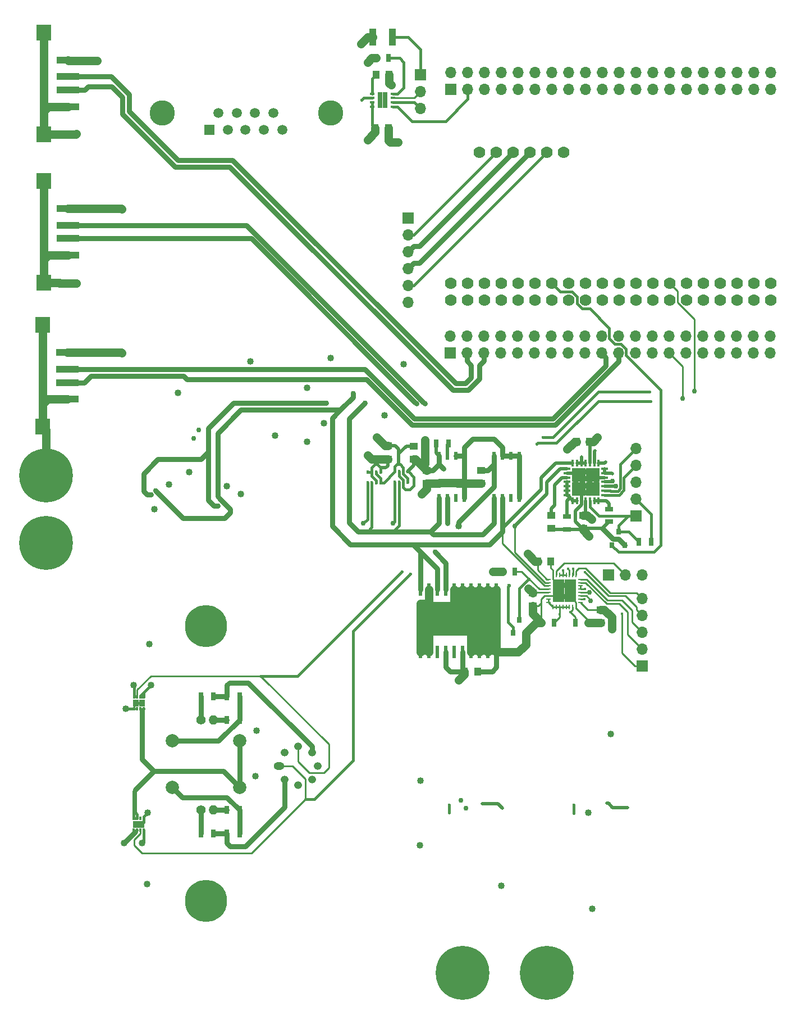
<source format=gbr>
G04 #@! TF.FileFunction,Copper,L1,Top,Signal*
%FSLAX46Y46*%
G04 Gerber Fmt 4.6, Leading zero omitted, Abs format (unit mm)*
G04 Created by KiCad (PCBNEW 4.0.6) date 09/10/17 19:14:27*
%MOMM*%
%LPD*%
G01*
G04 APERTURE LIST*
%ADD10C,0.100000*%
%ADD11R,3.390000X1.120000*%
%ADD12R,2.220000X2.440000*%
%ADD13R,0.650000X0.350000*%
%ADD14R,0.775000X1.200000*%
%ADD15R,1.700000X1.700000*%
%ADD16O,1.700000X1.700000*%
%ADD17C,6.350000*%
%ADD18R,1.000000X1.250000*%
%ADD19R,1.250000X1.000000*%
%ADD20R,1.000000X2.500000*%
%ADD21C,3.810000*%
%ADD22R,1.520000X1.520000*%
%ADD23C,1.520000*%
%ADD24C,8.100000*%
%ADD25C,1.778000*%
%ADD26R,0.800000X0.900000*%
%ADD27R,0.700000X1.300000*%
%ADD28R,1.300000X0.700000*%
%ADD29C,1.998980*%
%ADD30R,0.508000X1.143000*%
%ADD31R,0.350000X0.500000*%
%ADD32R,0.600000X1.950000*%
%ADD33C,1.400000*%
%ADD34O,1.400000X1.400000*%
%ADD35R,1.000000X0.370000*%
%ADD36R,0.370000X1.000000*%
%ADD37R,1.062500X1.062500*%
%ADD38R,0.700000X0.250000*%
%ADD39R,0.250000X0.700000*%
%ADD40R,1.725000X1.725000*%
%ADD41O,1.600000X1.200000*%
%ADD42O,1.200000X1.200000*%
%ADD43R,0.300000X0.500000*%
%ADD44R,0.880000X1.060000*%
%ADD45C,1.016000*%
%ADD46C,0.762000*%
%ADD47C,0.381000*%
%ADD48C,0.600000*%
%ADD49C,0.381000*%
%ADD50C,0.762000*%
%ADD51C,1.270000*%
%ADD52C,0.508000*%
%ADD53C,0.254000*%
G04 APERTURE END LIST*
D10*
D11*
X22390891Y-19360000D03*
X22390891Y-21860000D03*
X22390891Y-23860000D03*
X22390891Y-26360000D03*
D12*
X18710891Y-30530000D03*
X18710891Y-15190000D03*
D11*
X22390891Y-41743479D03*
X22390891Y-44243479D03*
X22390891Y-46243479D03*
X22390891Y-48743479D03*
D12*
X18710891Y-52913479D03*
X18710891Y-37573479D03*
D11*
X22285000Y-63425000D03*
X22285000Y-65925000D03*
X22285000Y-67925000D03*
X22285000Y-70425000D03*
D12*
X18605000Y-74595000D03*
X18605000Y-59255000D03*
D13*
X71400000Y-26375000D03*
X71400000Y-25725000D03*
X71400000Y-25075000D03*
X71400000Y-24425000D03*
X68300000Y-24425000D03*
X68300000Y-25075000D03*
X68300000Y-25725000D03*
X68300000Y-26375000D03*
D14*
X69462500Y-24800000D03*
X69462500Y-26000000D03*
X70237500Y-24800000D03*
X70237500Y-26000000D03*
D15*
X73660000Y-43180000D03*
D16*
X73660000Y-45720000D03*
X73660000Y-48260000D03*
X73660000Y-50800000D03*
X73660000Y-53340000D03*
X73660000Y-55880000D03*
D17*
X43180000Y-104648000D03*
X43180000Y-146050000D03*
D18*
X101076000Y-76835000D03*
X99076000Y-76835000D03*
D19*
X100076000Y-87916000D03*
X100076000Y-89916000D03*
X95250000Y-87916000D03*
X95250000Y-89916000D03*
D20*
X71350000Y-15875000D03*
X68350000Y-15875000D03*
D18*
X68850000Y-21590000D03*
X70850000Y-21590000D03*
X68739000Y-29591000D03*
X70739000Y-29591000D03*
D19*
X74549000Y-79502000D03*
X74549000Y-77502000D03*
X70612000Y-79470000D03*
X70612000Y-77470000D03*
X84709000Y-81156252D03*
X84709000Y-83156252D03*
X76454000Y-81156252D03*
X76454000Y-83156252D03*
D18*
X82185000Y-111465990D03*
X84185000Y-111465990D03*
X93234000Y-94869000D03*
X95234000Y-94869000D03*
D19*
X102743000Y-102140000D03*
X102743000Y-104140000D03*
X92456000Y-99600000D03*
X92456000Y-101600000D03*
D15*
X75565000Y-21590000D03*
D16*
X75565000Y-24130000D03*
X75565000Y-26670000D03*
D15*
X80166160Y-23806452D03*
D16*
X80166160Y-21266452D03*
X82706160Y-23806452D03*
X82706160Y-21266452D03*
X85246160Y-23806452D03*
X85246160Y-21266452D03*
X87786160Y-23806452D03*
X87786160Y-21266452D03*
X90326160Y-23806452D03*
X90326160Y-21266452D03*
X92866160Y-23806452D03*
X92866160Y-21266452D03*
X95406160Y-23806452D03*
X95406160Y-21266452D03*
X97946160Y-23806452D03*
X97946160Y-21266452D03*
X100486160Y-23806452D03*
X100486160Y-21266452D03*
X103026160Y-23806452D03*
X103026160Y-21266452D03*
X105566160Y-23806452D03*
X105566160Y-21266452D03*
X108106160Y-23806452D03*
X108106160Y-21266452D03*
X110646160Y-23806452D03*
X110646160Y-21266452D03*
X113186160Y-23806452D03*
X113186160Y-21266452D03*
X115726160Y-23806452D03*
X115726160Y-21266452D03*
X118266160Y-23806452D03*
X118266160Y-21266452D03*
X120806160Y-23806452D03*
X120806160Y-21266452D03*
X123346160Y-23806452D03*
X123346160Y-21266452D03*
X125886160Y-23806452D03*
X125886160Y-21266452D03*
X128426160Y-23806452D03*
X128426160Y-21266452D03*
D15*
X80010000Y-63500000D03*
D16*
X80010000Y-60960000D03*
X82550000Y-63500000D03*
X82550000Y-60960000D03*
X85090000Y-63500000D03*
X85090000Y-60960000D03*
X87630000Y-63500000D03*
X87630000Y-60960000D03*
X90170000Y-63500000D03*
X90170000Y-60960000D03*
X92710000Y-63500000D03*
X92710000Y-60960000D03*
X95250000Y-63500000D03*
X95250000Y-60960000D03*
X97790000Y-63500000D03*
X97790000Y-60960000D03*
X100330000Y-63500000D03*
X100330000Y-60960000D03*
X102870000Y-63500000D03*
X102870000Y-60960000D03*
X105410000Y-63500000D03*
X105410000Y-60960000D03*
X107950000Y-63500000D03*
X107950000Y-60960000D03*
X110490000Y-63500000D03*
X110490000Y-60960000D03*
X113030000Y-63500000D03*
X113030000Y-60960000D03*
X115570000Y-63500000D03*
X115570000Y-60960000D03*
X118110000Y-63500000D03*
X118110000Y-60960000D03*
X120650000Y-63500000D03*
X120650000Y-60960000D03*
X123190000Y-63500000D03*
X123190000Y-60960000D03*
X125730000Y-63500000D03*
X125730000Y-60960000D03*
X128270000Y-63500000D03*
X128270000Y-60960000D03*
D21*
X61980000Y-27305000D03*
X36580000Y-27305000D03*
D22*
X43690000Y-29845000D03*
D23*
X46480000Y-29845000D03*
X49150000Y-29845000D03*
X51950000Y-29845000D03*
X54740000Y-29845000D03*
X45090000Y-27305000D03*
X47880000Y-27305000D03*
X50550000Y-27305000D03*
X53340000Y-27305000D03*
D24*
X94615000Y-156845000D03*
X81915000Y-156845000D03*
D15*
X103886000Y-96901000D03*
D16*
X106426000Y-96901000D03*
X108966000Y-96901000D03*
D15*
X108966000Y-110617000D03*
D16*
X108966000Y-108077000D03*
X108966000Y-105537000D03*
X108966000Y-102997000D03*
X108966000Y-100457000D03*
D24*
X19050000Y-92075000D03*
X19050000Y-81915000D03*
D25*
X80166160Y-53016452D03*
X80166160Y-55556452D03*
X82706160Y-53016452D03*
X82706160Y-55556452D03*
X85246160Y-53016452D03*
X85246160Y-55556452D03*
X87786160Y-53016452D03*
X87786160Y-55556452D03*
X90326160Y-53016452D03*
X90326160Y-55556452D03*
X92866160Y-53016452D03*
X92866160Y-55556452D03*
X95406160Y-53016452D03*
X95406160Y-55556452D03*
X97946160Y-53016452D03*
X97946160Y-55556452D03*
X100486160Y-53016452D03*
X100486160Y-55556452D03*
X103026160Y-53016452D03*
X103026160Y-55556452D03*
X105566160Y-53016452D03*
X105566160Y-55556452D03*
X108106160Y-53016452D03*
X108106160Y-55556452D03*
X110646160Y-53016452D03*
X110646160Y-55556452D03*
X113186160Y-53016452D03*
X113186160Y-55556452D03*
X115726160Y-53016452D03*
X115726160Y-55556452D03*
X118266160Y-53016452D03*
X118266160Y-55556452D03*
X120806160Y-53016452D03*
X120806160Y-55556452D03*
X123346160Y-53016452D03*
X123346160Y-55556452D03*
X125886160Y-53016452D03*
X125886160Y-55556452D03*
X128426160Y-53016452D03*
X128426160Y-55556452D03*
X84476160Y-33236452D03*
X87016160Y-33236452D03*
X89556160Y-33236452D03*
X92096160Y-33236452D03*
X94636160Y-33236452D03*
X97176160Y-33236452D03*
D26*
X104460000Y-92440000D03*
X106360000Y-92440000D03*
X105410000Y-90440000D03*
X89540000Y-105664000D03*
X91440000Y-105664000D03*
X90490000Y-103664000D03*
D27*
X68834000Y-19050000D03*
X70734000Y-19050000D03*
X110358000Y-91948000D03*
X108458000Y-91948000D03*
D28*
X104013000Y-88895000D03*
X104013000Y-86995000D03*
X97663000Y-88143000D03*
X97663000Y-90043000D03*
D27*
X77917000Y-77089000D03*
X79817000Y-77089000D03*
X42418000Y-135890000D03*
X44318000Y-135890000D03*
X98933000Y-104140000D03*
X100833000Y-104140000D03*
X89784000Y-96393000D03*
X87884000Y-96393000D03*
X95692000Y-104140000D03*
X93792000Y-104140000D03*
X46360000Y-135890000D03*
X48260000Y-135890000D03*
X42423000Y-115189000D03*
X44323000Y-115189000D03*
X46360000Y-115189000D03*
X48260000Y-115189000D03*
X46355000Y-132334000D03*
X48255000Y-132334000D03*
X46360000Y-118745000D03*
X48260000Y-118745000D03*
D29*
X48260000Y-128905000D03*
X38100000Y-128905000D03*
X48260000Y-121920000D03*
X38100000Y-121920000D03*
D30*
X86614000Y-78981252D03*
X87884000Y-78981252D03*
X89154000Y-78981252D03*
X90424000Y-78981252D03*
X90424000Y-85331252D03*
X89154000Y-85331252D03*
X87884000Y-85331252D03*
X86614000Y-85331252D03*
X78359000Y-78981252D03*
X79629000Y-78981252D03*
X80899000Y-78981252D03*
X82169000Y-78981252D03*
X82169000Y-85331252D03*
X80899000Y-85331252D03*
X79629000Y-85331252D03*
X78359000Y-85331252D03*
D31*
X73619000Y-82956252D03*
X72969000Y-82956252D03*
X72319000Y-82956252D03*
X71669000Y-82956252D03*
X71669000Y-81356252D03*
X72319000Y-81356252D03*
X72969000Y-81356252D03*
X73619000Y-81356252D03*
X69514000Y-82997919D03*
X68864000Y-82997919D03*
X68214000Y-82997919D03*
X67564000Y-82997919D03*
X67564000Y-81397919D03*
X68214000Y-81397919D03*
X68864000Y-81397919D03*
X69514000Y-81397919D03*
D32*
X75565000Y-108545990D03*
X76835000Y-108545990D03*
X78105000Y-108545990D03*
X79375000Y-108545990D03*
X80645000Y-108545990D03*
X81915000Y-108545990D03*
X83185000Y-108545990D03*
X84455000Y-108545990D03*
X85725000Y-108545990D03*
X86995000Y-108545990D03*
X86995000Y-99145990D03*
X85725000Y-99145990D03*
X84455000Y-99145990D03*
X83185000Y-99145990D03*
X81915000Y-99145990D03*
X80645000Y-99145990D03*
X79375000Y-99145990D03*
X78105000Y-99145990D03*
X76835000Y-99145990D03*
X75565000Y-99145990D03*
D33*
X42418000Y-132334000D03*
D34*
X44318000Y-132334000D03*
D33*
X42418000Y-118745000D03*
D34*
X44318000Y-118745000D03*
D35*
X103330250Y-84857750D03*
X103330250Y-84207750D03*
X103330250Y-83557750D03*
X103330250Y-82907750D03*
X103330250Y-82257750D03*
X103330250Y-81607750D03*
X103330250Y-80957750D03*
D36*
X102430250Y-80057750D03*
X101780250Y-80057750D03*
X101130250Y-80057750D03*
X100480250Y-80057750D03*
X99830250Y-80057750D03*
X99180250Y-80057750D03*
X98530250Y-80057750D03*
D35*
X97630250Y-80957750D03*
X97630250Y-81607750D03*
X97630250Y-82257750D03*
X97630250Y-82907750D03*
X97630250Y-83557750D03*
X97630250Y-84207750D03*
X97630250Y-84857750D03*
D36*
X98530250Y-85757750D03*
X99180250Y-85757750D03*
X99830250Y-85757750D03*
X100480250Y-85757750D03*
X101130250Y-85757750D03*
X101780250Y-85757750D03*
X102430250Y-85757750D03*
D37*
X98886500Y-81314000D03*
X98886500Y-82376500D03*
X98886500Y-83439000D03*
X98886500Y-84501500D03*
X99949000Y-81314000D03*
X99949000Y-82376500D03*
X99949000Y-83439000D03*
X99949000Y-84501500D03*
X101011500Y-81314000D03*
X101011500Y-82376500D03*
X101011500Y-83439000D03*
X101011500Y-84501500D03*
X102074000Y-81314000D03*
X102074000Y-82376500D03*
X102074000Y-83439000D03*
X102074000Y-84501500D03*
D38*
X94882000Y-97564000D03*
X94882000Y-98064000D03*
X94882000Y-98564000D03*
X94882000Y-99064000D03*
X94882000Y-99564000D03*
X94882000Y-100064000D03*
X94882000Y-100564000D03*
X94882000Y-101064000D03*
D39*
X95532000Y-101714000D03*
X96032000Y-101714000D03*
X96532000Y-101714000D03*
X97032000Y-101714000D03*
X97532000Y-101714000D03*
X98032000Y-101714000D03*
X98532000Y-101714000D03*
X99032000Y-101714000D03*
D38*
X99682000Y-101064000D03*
X99682000Y-100564000D03*
X99682000Y-100064000D03*
X99682000Y-99564000D03*
X99682000Y-99064000D03*
X99682000Y-98564000D03*
X99682000Y-98064000D03*
X99682000Y-97564000D03*
D39*
X99032000Y-96914000D03*
X98532000Y-96914000D03*
X98032000Y-96914000D03*
X97532000Y-96914000D03*
X97032000Y-96914000D03*
X96532000Y-96914000D03*
X96032000Y-96914000D03*
X95532000Y-96914000D03*
D40*
X98144500Y-100176500D03*
X98144500Y-98451500D03*
X96419500Y-100176500D03*
X96419500Y-98451500D03*
D41*
X54197248Y-125697248D03*
D42*
X55052496Y-127762000D03*
X57117248Y-128617248D03*
X59182000Y-127762000D03*
X60037248Y-125697248D03*
X59182000Y-123632496D03*
X57117248Y-122777248D03*
X55052496Y-123632496D03*
D43*
X32282000Y-135382000D03*
X32782000Y-135382000D03*
X33282000Y-135382000D03*
X33782000Y-135382000D03*
X33782000Y-133582000D03*
X33282000Y-133582000D03*
X32782000Y-133582000D03*
X32282000Y-133582000D03*
D44*
X33472000Y-134482000D03*
X32592000Y-134482000D03*
D43*
X33838000Y-115305000D03*
X33338000Y-115305000D03*
X32838000Y-115305000D03*
X32338000Y-115305000D03*
X32338000Y-117105000D03*
X32838000Y-117105000D03*
X33338000Y-117105000D03*
X33838000Y-117105000D03*
D44*
X32648000Y-116205000D03*
X33528000Y-116205000D03*
D15*
X108077000Y-88011000D03*
D16*
X108077000Y-85471000D03*
X108077000Y-82931000D03*
X108077000Y-80391000D03*
X108077000Y-77851000D03*
D45*
X34925000Y-113538000D03*
X32258000Y-113538000D03*
X30861000Y-137287000D03*
X33528000Y-137287000D03*
X75692000Y-84709000D03*
X23622000Y-52959000D03*
X23622000Y-30480000D03*
X37592000Y-83312000D03*
X100838000Y-132715000D03*
X61976000Y-64262000D03*
X46355000Y-83566000D03*
X60960000Y-74041000D03*
X66548000Y-16891000D03*
X71120000Y-23114000D03*
X72136000Y-31750000D03*
X104267000Y-120904000D03*
X75565000Y-127889000D03*
D46*
X82457000Y-132080000D03*
X81627000Y-130890000D03*
D45*
X96419500Y-100176500D03*
X98144500Y-98451500D03*
X80010000Y-103378000D03*
X76835000Y-103378000D03*
X100965000Y-91059000D03*
X102074000Y-84501500D03*
X98886500Y-81314000D03*
X97663000Y-77978000D03*
X68961000Y-76200000D03*
D46*
X42094333Y-75071513D03*
X41319333Y-76311513D03*
D45*
X35433000Y-86995000D03*
X34290000Y-143510000D03*
X34671000Y-107315000D03*
X31115000Y-117094000D03*
X50673000Y-127254000D03*
X34417000Y-132715000D03*
X101473000Y-147193000D03*
X87757000Y-143764000D03*
X75438000Y-137668000D03*
X38989000Y-69469000D03*
X81280000Y-89535000D03*
X58420000Y-76835000D03*
X53594000Y-75946000D03*
X67564000Y-19685000D03*
X67564000Y-31369000D03*
X91694000Y-93726000D03*
X86487000Y-96393000D03*
X104394000Y-105029000D03*
X91821000Y-98933000D03*
X81280000Y-112776000D03*
X101346000Y-88519000D03*
X102235000Y-76200000D03*
X76200000Y-76581000D03*
X67564000Y-78867000D03*
X70104000Y-72898000D03*
X73025000Y-65151000D03*
X49911000Y-64770000D03*
X58420000Y-68707000D03*
X48485624Y-84730467D03*
X40640000Y-81407000D03*
X50800000Y-120396000D03*
D47*
X98679000Y-132842000D03*
X98679000Y-131572000D03*
X79883000Y-132715000D03*
X79883000Y-131572000D03*
D46*
X105029000Y-83566000D03*
X116840000Y-69215000D03*
X101219000Y-100838000D03*
D47*
X110109000Y-69342000D03*
X93980000Y-76200000D03*
X72771000Y-96393000D03*
X110236000Y-70739000D03*
X93091000Y-77216000D03*
X74041000Y-96774000D03*
X66675000Y-25400000D03*
D46*
X79629000Y-92316252D03*
X65405000Y-69596000D03*
X44958000Y-85090000D03*
X35560000Y-84201000D03*
X57422515Y-72058943D03*
X66929000Y-92316252D03*
X66929000Y-89141252D03*
X71374000Y-92316252D03*
X71374000Y-89141252D03*
X79629000Y-89141252D03*
X85344000Y-90411252D03*
X89789000Y-89535000D03*
X74676000Y-90424000D03*
X77724000Y-93472000D03*
X67183000Y-70993000D03*
X61341000Y-70993000D03*
X34925000Y-84836000D03*
X57238388Y-70985820D03*
X44958000Y-86493108D03*
X104504422Y-82770843D03*
X101037612Y-99570958D03*
X115062000Y-70358000D03*
D47*
X97790000Y-96012000D03*
X105918000Y-102743000D03*
X98552000Y-96012000D03*
X100330000Y-96520000D03*
X106807000Y-131953000D03*
X103632000Y-131318000D03*
X87884000Y-132080000D03*
X84836000Y-131421498D03*
X101854000Y-78232000D03*
X104521000Y-81661000D03*
X103601000Y-85725000D03*
X97663000Y-86487000D03*
X99822000Y-79121000D03*
X103505000Y-79883000D03*
D45*
X30480000Y-63500000D03*
X30480000Y-41783000D03*
X26797000Y-19431000D03*
D47*
X97028000Y-96266000D03*
X98171000Y-102489000D03*
X100280053Y-100593989D03*
X100330000Y-99060000D03*
X96520000Y-102870000D03*
D48*
X74930000Y-71120000D03*
X76200000Y-71120000D03*
X88900000Y-98552000D03*
D49*
X33838000Y-115305000D02*
X33838000Y-114625000D01*
X33838000Y-114625000D02*
X34925000Y-113538000D01*
X33338000Y-115305000D02*
X33338000Y-115125000D01*
X33338000Y-115125000D02*
X34925000Y-113538000D01*
X33338000Y-115305000D02*
X33838000Y-115305000D01*
X32338000Y-115305000D02*
X32338000Y-113618000D01*
X32338000Y-113618000D02*
X32258000Y-113538000D01*
X33782000Y-135382000D02*
X33782000Y-137033000D01*
X33782000Y-137033000D02*
X33528000Y-137287000D01*
D50*
X32512000Y-135636000D02*
X30861000Y-137287000D01*
D49*
X32512000Y-135636000D02*
X32766000Y-135382000D01*
X32766000Y-135382000D02*
X32782000Y-135382000D01*
X32282000Y-135406000D02*
X32512000Y-135636000D01*
X32282000Y-135382000D02*
X32282000Y-135406000D01*
D50*
X96419500Y-98451500D02*
X98144500Y-98451500D01*
X98144500Y-100176500D02*
X96419500Y-100176500D01*
X98144500Y-98451500D02*
X98144500Y-100176500D01*
X96419500Y-100176500D02*
X96419500Y-98451500D01*
X101011500Y-83439000D02*
X101011500Y-84501500D01*
X101011500Y-82376500D02*
X101011500Y-83439000D01*
X102074000Y-82376500D02*
X102074000Y-83439000D01*
X101011500Y-81314000D02*
X101011500Y-82376500D01*
X98886500Y-81314000D02*
X98886500Y-82376500D01*
X99949000Y-82376500D02*
X99949000Y-81314000D01*
X99949000Y-83439000D02*
X99949000Y-82376500D01*
X99949000Y-84501500D02*
X99949000Y-83439000D01*
X98886500Y-84501500D02*
X98886500Y-83439000D01*
X99949000Y-84501500D02*
X98886500Y-84501500D01*
X101011500Y-84501500D02*
X99949000Y-84501500D01*
X102074000Y-84501500D02*
X101011500Y-84501500D01*
X102074000Y-83439000D02*
X102074000Y-84501500D01*
X101011500Y-83439000D02*
X102074000Y-83439000D01*
X99949000Y-83439000D02*
X101011500Y-83439000D01*
X98886500Y-83439000D02*
X99949000Y-83439000D01*
X98886500Y-82376500D02*
X98886500Y-83439000D01*
X99949000Y-82376500D02*
X98886500Y-82376500D01*
X101011500Y-82376500D02*
X99949000Y-82376500D01*
X102074000Y-82376500D02*
X101011500Y-82376500D01*
X102074000Y-81314000D02*
X102074000Y-82376500D01*
X101011500Y-81314000D02*
X102074000Y-81314000D01*
X99949000Y-81314000D02*
X101011500Y-81314000D01*
X98886500Y-81314000D02*
X99949000Y-81314000D01*
D51*
X76454000Y-83156252D02*
X76454000Y-83947000D01*
X76454000Y-83947000D02*
X75692000Y-84709000D01*
D49*
X32648000Y-116205000D02*
X33528000Y-116205000D01*
X32592000Y-134482000D02*
X33472000Y-134482000D01*
D51*
X21136412Y-52959000D02*
X23622000Y-52959000D01*
X18710891Y-52913479D02*
X21090891Y-52913479D01*
X21090891Y-52913479D02*
X21136412Y-52959000D01*
X18710891Y-30530000D02*
X23572000Y-30530000D01*
X23572000Y-30530000D02*
X23622000Y-30480000D01*
X67564000Y-15875000D02*
X66548000Y-16891000D01*
X68350000Y-15875000D02*
X67564000Y-15875000D01*
X70850000Y-21590000D02*
X70850000Y-22844000D01*
X70850000Y-22844000D02*
X71120000Y-23114000D01*
X71417580Y-31750000D02*
X72136000Y-31750000D01*
X70739000Y-31486000D02*
X71003000Y-31750000D01*
X71003000Y-31750000D02*
X71417580Y-31750000D01*
X70739000Y-29591000D02*
X70739000Y-31486000D01*
X102743000Y-104140000D02*
X100833000Y-104140000D01*
X92456000Y-101600000D02*
X92456000Y-102804000D01*
X92456000Y-102804000D02*
X93792000Y-104140000D01*
X91440000Y-105664000D02*
X91440000Y-107384000D01*
X91440000Y-107384000D02*
X90278010Y-108545990D01*
X90278010Y-108545990D02*
X88565000Y-108545990D01*
X88565000Y-108545990D02*
X86995000Y-108545990D01*
X93792000Y-104140000D02*
X92964000Y-104140000D01*
X92964000Y-104140000D02*
X91440000Y-105664000D01*
X80010000Y-103378000D02*
X84455000Y-103378000D01*
X76835000Y-103378000D02*
X80010000Y-103378000D01*
X76835000Y-99145990D02*
X76835000Y-100965000D01*
X76835000Y-100965000D02*
X76835000Y-101600000D01*
X75565000Y-101219000D02*
X76581000Y-101219000D01*
X76581000Y-101219000D02*
X76835000Y-100965000D01*
X75565000Y-103378000D02*
X75565000Y-101219000D01*
X75565000Y-105410000D02*
X76835000Y-105410000D01*
X76835000Y-105410000D02*
X78740000Y-105410000D01*
X76835000Y-106300990D02*
X76835000Y-105410000D01*
X76835000Y-108545990D02*
X76835000Y-106300990D01*
X75565000Y-104267000D02*
X75565000Y-103378000D01*
X75565000Y-105410000D02*
X75565000Y-104267000D01*
X86995000Y-103378000D02*
X86995000Y-104267000D01*
X86995000Y-104267000D02*
X86995000Y-105029000D01*
X75565000Y-104267000D02*
X86995000Y-104267000D01*
X76835000Y-102489000D02*
X76835000Y-103378000D01*
X76835000Y-101600000D02*
X76835000Y-102489000D01*
X86995000Y-101727000D02*
X86995000Y-102489000D01*
X86995000Y-102489000D02*
X86995000Y-103378000D01*
X76835000Y-102489000D02*
X86995000Y-102489000D01*
X78740000Y-101600000D02*
X80518000Y-101600000D01*
X80645000Y-99145990D02*
X80645000Y-101390990D01*
X80518000Y-101600000D02*
X81280000Y-101600000D01*
X80645000Y-101390990D02*
X80518000Y-101517990D01*
X80518000Y-101517990D02*
X80518000Y-101600000D01*
X81280000Y-101600000D02*
X81915000Y-101600000D01*
X81915000Y-101600000D02*
X83185000Y-101600000D01*
X81915000Y-99145990D02*
X81915000Y-101600000D01*
X83185000Y-99145990D02*
X83185000Y-101600000D01*
X83185000Y-101600000D02*
X84455000Y-101600000D01*
X81280000Y-105410000D02*
X83185000Y-105410000D01*
X83185000Y-105410000D02*
X84328000Y-105410000D01*
X83185000Y-108545990D02*
X83185000Y-106300990D01*
X83185000Y-106300990D02*
X83185000Y-105410000D01*
X84328000Y-105410000D02*
X85725000Y-105410000D01*
X85725000Y-105410000D02*
X86614000Y-105410000D01*
X85725000Y-108545990D02*
X85725000Y-106300990D01*
X85725000Y-106300990D02*
X85725000Y-105410000D01*
X84455000Y-101600000D02*
X85725000Y-101600000D01*
X85725000Y-101600000D02*
X86868000Y-101600000D01*
X85725000Y-99145990D02*
X85725000Y-101600000D01*
X86995000Y-105029000D02*
X86995000Y-108545990D01*
X86614000Y-105410000D02*
X86995000Y-105029000D01*
X84455000Y-103378000D02*
X86995000Y-103378000D01*
X86995000Y-99145990D02*
X86995000Y-101727000D01*
X86868000Y-101600000D02*
X86995000Y-101727000D01*
X78740000Y-105410000D02*
X81280000Y-105410000D01*
X81280000Y-101600000D02*
X81280000Y-105410000D01*
X78740000Y-101600000D02*
X78740000Y-105410000D01*
X76835000Y-101600000D02*
X78740000Y-101600000D01*
X75565000Y-108545990D02*
X75565000Y-105410000D01*
X84455000Y-108545990D02*
X84455000Y-105537000D01*
X84455000Y-105537000D02*
X84455000Y-103378000D01*
X84328000Y-105410000D02*
X84455000Y-105537000D01*
X84455000Y-103378000D02*
X84455000Y-101600000D01*
X84455000Y-101600000D02*
X84455000Y-99145990D01*
X75565000Y-103378000D02*
X76835000Y-103378000D01*
X100076000Y-89916000D02*
X100076000Y-90170000D01*
X100076000Y-90170000D02*
X100965000Y-91059000D01*
X99076000Y-76835000D02*
X98806000Y-76835000D01*
X98806000Y-76835000D02*
X97663000Y-77978000D01*
D50*
X83439000Y-76441252D02*
X86614000Y-76441252D01*
D51*
X84709000Y-83156252D02*
X81124252Y-83156252D01*
X81124252Y-83156252D02*
X81026000Y-83058000D01*
X78447252Y-83058000D02*
X81026000Y-83058000D01*
X82169000Y-83058000D02*
X81026000Y-83058000D01*
D50*
X82169000Y-85331252D02*
X82169000Y-83058000D01*
X82169000Y-83058000D02*
X82169000Y-78981252D01*
D51*
X76454000Y-83156252D02*
X78349000Y-83156252D01*
X78349000Y-83156252D02*
X78447252Y-83058000D01*
X70612000Y-77470000D02*
X70231000Y-77470000D01*
X70231000Y-77470000D02*
X68961000Y-76200000D01*
D49*
X32338000Y-117105000D02*
X31126000Y-117105000D01*
X31126000Y-117105000D02*
X31115000Y-117094000D01*
X33782000Y-133582000D02*
X33782000Y-133350000D01*
X33782000Y-133350000D02*
X34417000Y-132715000D01*
D52*
X70612000Y-77470000D02*
X71745000Y-77470000D01*
X71745000Y-77470000D02*
X72263000Y-77988000D01*
X72263000Y-77988000D02*
X72263000Y-78655000D01*
D49*
X69514000Y-82997919D02*
X70027333Y-82997919D01*
X70027333Y-82997919D02*
X71669000Y-81356252D01*
X72009000Y-80251252D02*
X72263000Y-80251252D01*
X72263000Y-80251252D02*
X72495000Y-80251252D01*
D52*
X74549000Y-77502000D02*
X73416000Y-77502000D01*
X73416000Y-77502000D02*
X72263000Y-78655000D01*
X72263000Y-78655000D02*
X72263000Y-80251252D01*
D53*
X32338000Y-117105000D02*
X32338000Y-116515000D01*
X32338000Y-116515000D02*
X32648000Y-116205000D01*
D49*
X33782000Y-133582000D02*
X33782000Y-134172000D01*
X33782000Y-134172000D02*
X33472000Y-134482000D01*
D50*
X48260000Y-118745000D02*
X45085000Y-121920000D01*
X39513492Y-121920000D02*
X38100000Y-121920000D01*
X45085000Y-121920000D02*
X39513492Y-121920000D01*
X48260000Y-115189000D02*
X48260000Y-118745000D01*
X48255000Y-132334000D02*
X48255000Y-132329000D01*
X48255000Y-132329000D02*
X46355000Y-130429000D01*
X46355000Y-130429000D02*
X39624000Y-130429000D01*
X39624000Y-130429000D02*
X38100000Y-128905000D01*
X48260000Y-135890000D02*
X48260000Y-132339000D01*
X48260000Y-132339000D02*
X48255000Y-132334000D01*
D53*
X95234000Y-95869000D02*
X95532000Y-96167000D01*
X95532000Y-96167000D02*
X95532000Y-96914000D01*
X95234000Y-94869000D02*
X95234000Y-95869000D01*
X93792000Y-104140000D02*
X93792000Y-101092000D01*
X93792000Y-101092000D02*
X93792000Y-100550000D01*
X92456000Y-101600000D02*
X93335000Y-101600000D01*
X93335000Y-101600000D02*
X93792000Y-101143000D01*
X93792000Y-101143000D02*
X93792000Y-101092000D01*
X100833000Y-104140000D02*
X100833000Y-103740000D01*
X100833000Y-103740000D02*
X99032000Y-101939000D01*
X99032000Y-101939000D02*
X99032000Y-101714000D01*
X93792000Y-100550000D02*
X94278000Y-100064000D01*
X94278000Y-100064000D02*
X94882000Y-100064000D01*
X94882000Y-100064000D02*
X96307000Y-100064000D01*
X96307000Y-100064000D02*
X96419500Y-100176500D01*
X95532000Y-96914000D02*
X95532000Y-97564000D01*
X95532000Y-97564000D02*
X96419500Y-98451500D01*
X99032000Y-101714000D02*
X99032000Y-101064000D01*
X99032000Y-101064000D02*
X98144500Y-100176500D01*
D50*
X106360000Y-92440000D02*
X105401999Y-91481999D01*
X105401999Y-91481999D02*
X104557999Y-91481999D01*
X104557999Y-91481999D02*
X102992000Y-89916000D01*
D52*
X100076000Y-89916000D02*
X102992000Y-89916000D01*
X102992000Y-89916000D02*
X104013000Y-88895000D01*
X97663000Y-90043000D02*
X95377000Y-90043000D01*
X95377000Y-90043000D02*
X95250000Y-89916000D01*
X97663000Y-90043000D02*
X99949000Y-90043000D01*
X99949000Y-90043000D02*
X100076000Y-89916000D01*
X99830250Y-85757750D02*
X99830250Y-86350948D01*
X99830250Y-86350948D02*
X98943000Y-87238198D01*
X98943000Y-87238198D02*
X98943000Y-88908000D01*
X98943000Y-88908000D02*
X99951000Y-89916000D01*
X99951000Y-89916000D02*
X100076000Y-89916000D01*
X97630250Y-81607750D02*
X98592750Y-81607750D01*
X98592750Y-81607750D02*
X98886500Y-81314000D01*
X103330250Y-82257750D02*
X102192750Y-82257750D01*
X102192750Y-82257750D02*
X102074000Y-82376500D01*
X99830250Y-85757750D02*
X99830250Y-84620250D01*
X99830250Y-84620250D02*
X99949000Y-84501500D01*
D51*
X19050000Y-81915000D02*
X19050000Y-75040000D01*
X19050000Y-75040000D02*
X18605000Y-74595000D01*
X18605000Y-59255000D02*
X18605000Y-71120000D01*
X18605000Y-71120000D02*
X18605000Y-74595000D01*
X22285000Y-70425000D02*
X19320000Y-70425000D01*
X19320000Y-70425000D02*
X18625000Y-71120000D01*
X18625000Y-71120000D02*
X18605000Y-71120000D01*
X18710891Y-37573479D02*
X18710891Y-50165000D01*
X18710891Y-50165000D02*
X18710891Y-52913479D01*
X22390891Y-48743479D02*
X19425891Y-48743479D01*
X19425891Y-48743479D02*
X18710891Y-49458479D01*
X18710891Y-49458479D02*
X18710891Y-50165000D01*
X18710891Y-17680000D02*
X18710891Y-27940000D01*
X18710891Y-27940000D02*
X18710891Y-30530000D01*
X22390891Y-26360000D02*
X19425891Y-26360000D01*
X19425891Y-26360000D02*
X18710891Y-27075000D01*
X18710891Y-27075000D02*
X18710891Y-27940000D01*
X18710891Y-15190000D02*
X18710891Y-17680000D01*
D49*
X69514000Y-82997919D02*
X69514000Y-82366919D01*
X69514000Y-82366919D02*
X68864000Y-81716919D01*
X68864000Y-81716919D02*
X68864000Y-81397919D01*
X72495000Y-80251252D02*
X72969000Y-80725252D01*
X72969000Y-80725252D02*
X72969000Y-81356252D01*
X71669000Y-80591252D02*
X72009000Y-80251252D01*
X71669000Y-81356252D02*
X71669000Y-80591252D01*
X73619000Y-82956252D02*
X73619000Y-82325252D01*
X73619000Y-82325252D02*
X72969000Y-81675252D01*
X72969000Y-81675252D02*
X72969000Y-81356252D01*
D50*
X82169000Y-77711252D02*
X82169000Y-78981252D01*
X83439000Y-76441252D02*
X82169000Y-77711252D01*
X87884000Y-78981252D02*
X87884000Y-77711252D01*
X87884000Y-77711252D02*
X86614000Y-76441252D01*
X90424000Y-85331252D02*
X90424000Y-78981252D01*
X89154000Y-78981252D02*
X87884000Y-78981252D01*
X82169000Y-78981252D02*
X80899000Y-78981252D01*
X90424000Y-78981252D02*
X89154000Y-78981252D01*
X86995000Y-110830990D02*
X86995000Y-108545990D01*
X86360000Y-111465990D02*
X86995000Y-110830990D01*
X84185000Y-111465990D02*
X86360000Y-111465990D01*
X80645000Y-99145990D02*
X81915000Y-99145990D01*
X81915000Y-99145990D02*
X83185000Y-99145990D01*
X83185000Y-99145990D02*
X84455000Y-99145990D01*
X84455000Y-99145990D02*
X85725000Y-99145990D01*
X86995000Y-99145990D02*
X85725000Y-99145990D01*
X85725000Y-108545990D02*
X86995000Y-108545990D01*
X84455000Y-108545990D02*
X85725000Y-108545990D01*
X83185000Y-108545990D02*
X84455000Y-108545990D01*
X75565000Y-108545990D02*
X76835000Y-108545990D01*
D49*
X71400000Y-25725000D02*
X74620000Y-25725000D01*
X74620000Y-25725000D02*
X75565000Y-26670000D01*
D50*
X81280000Y-88925350D02*
X81280000Y-89535000D01*
X86614000Y-83591350D02*
X81280000Y-88925350D01*
X86614000Y-80251252D02*
X86614000Y-83591350D01*
D51*
X68834000Y-19050000D02*
X68199000Y-19050000D01*
X68199000Y-19050000D02*
X67564000Y-19685000D01*
X68739000Y-29591000D02*
X68739000Y-30194000D01*
X68739000Y-30194000D02*
X67564000Y-31369000D01*
X93234000Y-94869000D02*
X92837000Y-94869000D01*
X92837000Y-94869000D02*
X91694000Y-93726000D01*
X87884000Y-96393000D02*
X86487000Y-96393000D01*
X102743000Y-102140000D02*
X103239602Y-102140000D01*
X103239602Y-102140000D02*
X104394000Y-103294398D01*
X104394000Y-103294398D02*
X104394000Y-105029000D01*
X92456000Y-99600000D02*
X92456000Y-99568000D01*
X92456000Y-99568000D02*
X91821000Y-98933000D01*
X82185000Y-111465990D02*
X82185000Y-111871000D01*
X82185000Y-111871000D02*
X81280000Y-112776000D01*
X100076000Y-87916000D02*
X100743000Y-87916000D01*
X100743000Y-87916000D02*
X101346000Y-88519000D01*
X101076000Y-76835000D02*
X101600000Y-76835000D01*
X101600000Y-76835000D02*
X102235000Y-76200000D01*
D50*
X86614000Y-80251252D02*
X86614000Y-80518000D01*
D51*
X75819000Y-80521252D02*
X76454000Y-81156252D01*
X74799748Y-79502000D02*
X75819000Y-80521252D01*
X75819000Y-80521252D02*
X76200000Y-80140252D01*
X76200000Y-80140252D02*
X76200000Y-76581000D01*
X74549000Y-79502000D02*
X74799748Y-79502000D01*
X70612000Y-79470000D02*
X68167000Y-79470000D01*
X68167000Y-79470000D02*
X67564000Y-78867000D01*
D53*
X102743000Y-102140000D02*
X100758000Y-102140000D01*
X100758000Y-102140000D02*
X99682000Y-101064000D01*
D52*
X77917000Y-77089000D02*
X77917000Y-78539252D01*
X77917000Y-78539252D02*
X78359000Y-78981252D01*
X70612000Y-79470000D02*
X70612000Y-80478000D01*
X70612000Y-80478000D02*
X70323081Y-80766919D01*
X70323081Y-80766919D02*
X69514000Y-80766919D01*
X74549000Y-79502000D02*
X74549000Y-80426252D01*
X74549000Y-80426252D02*
X73619000Y-81356252D01*
D50*
X54986992Y-123698000D02*
X55052496Y-123632496D01*
X42418000Y-118745000D02*
X42418000Y-115194000D01*
X42418000Y-115194000D02*
X42423000Y-115189000D01*
X42418000Y-132334000D02*
X42418000Y-135890000D01*
D49*
X108077000Y-85471000D02*
X110358000Y-87752000D01*
X110358000Y-87752000D02*
X110358000Y-91948000D01*
D53*
X93234000Y-94869000D02*
X93234000Y-95748000D01*
X93234000Y-95748000D02*
X93218000Y-95764000D01*
X93218000Y-95764000D02*
X93218000Y-96139000D01*
X94882000Y-97564000D02*
X94643000Y-97564000D01*
X94643000Y-97564000D02*
X93218000Y-96139000D01*
X94882000Y-99564000D02*
X92492000Y-99564000D01*
X92492000Y-99564000D02*
X92456000Y-99600000D01*
D49*
X68300000Y-26375000D02*
X68300000Y-29152000D01*
X68300000Y-29152000D02*
X68739000Y-29591000D01*
D52*
X101130250Y-80057750D02*
X101130250Y-76889250D01*
X101130250Y-76889250D02*
X101076000Y-76835000D01*
X100076000Y-87916000D02*
X100480250Y-87511750D01*
X100480250Y-87511750D02*
X100480250Y-85757750D01*
D50*
X78359000Y-80251252D02*
X77454000Y-81156252D01*
X77454000Y-81156252D02*
X76454000Y-81156252D01*
X86614000Y-80251252D02*
X85709000Y-81156252D01*
X85709000Y-81156252D02*
X84709000Y-81156252D01*
X86614000Y-78981252D02*
X86614000Y-80251252D01*
D49*
X69514000Y-81397919D02*
X69514000Y-80766919D01*
X69514000Y-80766919D02*
X68998333Y-80251252D01*
X68998333Y-80251252D02*
X68729667Y-80251252D01*
X68729667Y-80251252D02*
X68214000Y-80766919D01*
X68214000Y-80766919D02*
X68214000Y-81397919D01*
X67564000Y-81397919D02*
X68214000Y-81397919D01*
X68864000Y-82997919D02*
X68864000Y-82678919D01*
X68864000Y-82678919D02*
X68214000Y-82028919D01*
X68214000Y-82028919D02*
X68214000Y-81397919D01*
X72969000Y-82956252D02*
X72969000Y-83751252D01*
X72969000Y-83751252D02*
X73279000Y-84061252D01*
X74549000Y-83426252D02*
X74549000Y-82156252D01*
X73279000Y-84061252D02*
X73914000Y-84061252D01*
X73914000Y-84061252D02*
X74549000Y-83426252D01*
X74549000Y-82156252D02*
X73749000Y-81356252D01*
X73749000Y-81356252D02*
X73619000Y-81356252D01*
X72319000Y-81987252D02*
X72319000Y-81356252D01*
X72969000Y-82637252D02*
X72319000Y-81987252D01*
X72969000Y-82956252D02*
X72969000Y-82637252D01*
D50*
X78359000Y-78981252D02*
X78359000Y-80251252D01*
X78359000Y-80251252D02*
X78994000Y-80886252D01*
X79375000Y-108545990D02*
X79375000Y-110830990D01*
X79375000Y-110830990D02*
X80010000Y-111465990D01*
X80010000Y-111465990D02*
X82185000Y-111465990D01*
X81915000Y-108545990D02*
X81915000Y-111195990D01*
X81915000Y-111195990D02*
X82185000Y-111465990D01*
D49*
X68300000Y-25725000D02*
X68300000Y-26375000D01*
D52*
X97630250Y-82257750D02*
X96909448Y-82257750D01*
X96909448Y-82257750D02*
X95758000Y-83409198D01*
X95758000Y-83409198D02*
X95758000Y-86400000D01*
X95758000Y-86400000D02*
X95250000Y-86908000D01*
X95250000Y-86908000D02*
X95250000Y-87916000D01*
D49*
X75565000Y-21590000D02*
X75565000Y-17780000D01*
X75565000Y-17780000D02*
X73660000Y-15875000D01*
X73660000Y-15875000D02*
X71350000Y-15875000D01*
X68300000Y-24425000D02*
X68300000Y-22140000D01*
X68300000Y-22140000D02*
X68850000Y-21590000D01*
X98679000Y-131572000D02*
X98679000Y-132842000D01*
X79883000Y-131572000D02*
X79883000Y-132715000D01*
D53*
X71400000Y-25075000D02*
X74620000Y-25075000D01*
X74620000Y-25075000D02*
X75565000Y-24130000D01*
D49*
X71400000Y-26375000D02*
X72106000Y-26375000D01*
X72106000Y-26375000D02*
X74306000Y-28575000D01*
X79375000Y-28575000D02*
X82706160Y-25243840D01*
X74306000Y-28575000D02*
X79375000Y-28575000D01*
X82706160Y-25243840D02*
X82706160Y-23806452D01*
X106846000Y-88011000D02*
X108077000Y-88011000D01*
X108458000Y-91948000D02*
X106950000Y-90440000D01*
X106950000Y-90440000D02*
X105410000Y-90440000D01*
X105410000Y-90440000D02*
X105410000Y-89447000D01*
X105410000Y-89447000D02*
X106846000Y-88011000D01*
X101130250Y-85757750D02*
X101130250Y-86638750D01*
X101130250Y-86638750D02*
X102502500Y-88011000D01*
X102502500Y-88011000D02*
X106846000Y-88011000D01*
D52*
X105020750Y-83557750D02*
X105029000Y-83566000D01*
X103330250Y-83557750D02*
X105020750Y-83557750D01*
D53*
X116840000Y-69215000D02*
X116840000Y-58361934D01*
X116840000Y-58361934D02*
X114329161Y-55851095D01*
X114329161Y-55851095D02*
X114329161Y-54159453D01*
X114329161Y-54159453D02*
X114075159Y-53905451D01*
X114075159Y-53905451D02*
X113186160Y-53016452D01*
X101219000Y-100711000D02*
X101219000Y-100838000D01*
X100584000Y-100076000D02*
X101219000Y-100711000D01*
X100330000Y-100076000D02*
X100584000Y-100076000D01*
X100318000Y-100064000D02*
X100330000Y-100076000D01*
X99682000Y-100064000D02*
X100318000Y-100064000D01*
D49*
X93980000Y-76200000D02*
X95504000Y-76200000D01*
X95504000Y-76200000D02*
X102362000Y-69342000D01*
X102362000Y-69342000D02*
X109839593Y-69342000D01*
X109839593Y-69342000D02*
X110109000Y-69342000D01*
X51435000Y-112141000D02*
X57023000Y-112141000D01*
X57023000Y-112141000D02*
X72771000Y-96393000D01*
D53*
X32838000Y-115305000D02*
X32838000Y-114228000D01*
X34925000Y-112141000D02*
X51435000Y-112141000D01*
X61722000Y-122428000D02*
X61722000Y-125984000D01*
X32838000Y-114228000D02*
X34925000Y-112141000D01*
X51435000Y-112141000D02*
X61722000Y-122428000D01*
X61722000Y-125984000D02*
X60960000Y-126746000D01*
X60960000Y-126746000D02*
X58801000Y-126746000D01*
X58801000Y-126746000D02*
X57117248Y-125062248D01*
X57117248Y-125062248D02*
X57117248Y-122777248D01*
D49*
X58166000Y-130683000D02*
X59563000Y-130683000D01*
X59563000Y-130683000D02*
X65405000Y-124841000D01*
X65405000Y-124841000D02*
X65405000Y-105410000D01*
X65405000Y-105410000D02*
X74041000Y-96774000D01*
X102362000Y-70739000D02*
X110236000Y-70739000D01*
X96075499Y-77025501D02*
X102362000Y-70739000D01*
X93281499Y-77025501D02*
X96075499Y-77025501D01*
X93091000Y-77216000D02*
X93281499Y-77025501D01*
D53*
X33282000Y-135382000D02*
X33282000Y-135886000D01*
X33282000Y-135886000D02*
X32385000Y-136783000D01*
X32385000Y-136783000D02*
X32385000Y-137668000D01*
X32385000Y-137668000D02*
X33528000Y-138811000D01*
X33528000Y-138811000D02*
X50038000Y-138811000D01*
X50038000Y-138811000D02*
X58166000Y-130683000D01*
X58166000Y-130683000D02*
X58166000Y-127635000D01*
X58166000Y-127635000D02*
X56228248Y-125697248D01*
X56228248Y-125697248D02*
X54197248Y-125697248D01*
D50*
X54098000Y-125598000D02*
X54197248Y-125697248D01*
D49*
X68300000Y-25075000D02*
X67000000Y-25075000D01*
X67000000Y-25075000D02*
X66675000Y-25400000D01*
X87016160Y-33236452D02*
X74532612Y-45720000D01*
X74532612Y-45720000D02*
X73660000Y-45720000D01*
X94636160Y-33236452D02*
X74532612Y-53340000D01*
X74532612Y-53340000D02*
X73660000Y-53340000D01*
D50*
X79629000Y-92316252D02*
X78994000Y-92316252D01*
X87884000Y-85331252D02*
X87884000Y-89916000D01*
X79629000Y-89141252D02*
X79629000Y-85331252D01*
D53*
X94882000Y-98564000D02*
X94278000Y-98564000D01*
X94278000Y-98564000D02*
X87884000Y-92170000D01*
X87884000Y-92170000D02*
X87884000Y-90411252D01*
D52*
X98530250Y-80057750D02*
X95964250Y-80057750D01*
X93726000Y-82296000D02*
X93726000Y-84074000D01*
X93726000Y-84074000D02*
X87884000Y-89916000D01*
X95964250Y-80057750D02*
X93726000Y-82296000D01*
D50*
X87884000Y-89916000D02*
X87884000Y-90411252D01*
X78105000Y-99145990D02*
X78105000Y-95999252D01*
X78105000Y-95999252D02*
X75565000Y-93459252D01*
X75184000Y-92316252D02*
X74422000Y-92316252D01*
X74422000Y-92316252D02*
X71374000Y-92316252D01*
X75565000Y-93459252D02*
X74422000Y-92316252D01*
X75565000Y-99145990D02*
X75565000Y-93459252D01*
X62230000Y-89535000D02*
X62230000Y-73309815D01*
X62230000Y-73309815D02*
X63480872Y-72058943D01*
X65011252Y-92316252D02*
X62230000Y-89535000D01*
X66929000Y-92316252D02*
X65011252Y-92316252D01*
X65405000Y-69596000D02*
X65405000Y-70134815D01*
X57961330Y-72058943D02*
X57422515Y-72058943D01*
X65405000Y-70134815D02*
X63480872Y-72058943D01*
X63480872Y-72058943D02*
X57961330Y-72058943D01*
X57422515Y-72058943D02*
X48464057Y-72058943D01*
X48464057Y-72058943D02*
X44958000Y-75565000D01*
X44958000Y-75565000D02*
X44958000Y-85090000D01*
X46863000Y-86995000D02*
X45338999Y-85470999D01*
X35560000Y-84201000D02*
X39751000Y-88392000D01*
X45974000Y-88392000D02*
X46863000Y-87503000D01*
X46863000Y-87503000D02*
X46863000Y-86995000D01*
X39751000Y-88392000D02*
X45974000Y-88392000D01*
X45338999Y-85470999D02*
X44958000Y-85090000D01*
D49*
X67564000Y-82997919D02*
X67564000Y-88506252D01*
X67564000Y-88506252D02*
X66929000Y-89141252D01*
D50*
X71374000Y-92316252D02*
X68834000Y-92316252D01*
D49*
X71669000Y-82956252D02*
X71669000Y-88846252D01*
X71669000Y-88846252D02*
X71374000Y-89141252D01*
D50*
X68834000Y-92316252D02*
X66929000Y-92316252D01*
X85979000Y-92316252D02*
X78994000Y-92316252D01*
X78994000Y-92316252D02*
X75184000Y-92316252D01*
X87884000Y-90411252D02*
X85979000Y-92316252D01*
X84963001Y-90792251D02*
X77469999Y-90792251D01*
X85344000Y-90411252D02*
X84963001Y-90792251D01*
X77469999Y-90792251D02*
X77089000Y-90411252D01*
D53*
X89789000Y-90073815D02*
X89789000Y-89535000D01*
X89789000Y-93536170D02*
X89789000Y-90073815D01*
X94316830Y-98064000D02*
X89789000Y-93536170D01*
X94882000Y-98064000D02*
X94316830Y-98064000D01*
D52*
X90169999Y-89154001D02*
X89789000Y-89535000D01*
X94614989Y-84709011D02*
X90169999Y-89154001D01*
X94614989Y-82965011D02*
X94614989Y-84709011D01*
X97630250Y-80957750D02*
X96622250Y-80957750D01*
X96622250Y-80957750D02*
X94614989Y-82965011D01*
D50*
X75214815Y-90424000D02*
X74676000Y-90424000D01*
X77076252Y-90424000D02*
X75214815Y-90424000D01*
X77089000Y-90411252D02*
X77076252Y-90424000D01*
X71386748Y-90424000D02*
X74137185Y-90424000D01*
X74137185Y-90424000D02*
X74676000Y-90424000D01*
X71374000Y-90411252D02*
X71386748Y-90424000D01*
X79375000Y-95123000D02*
X77724000Y-93472000D01*
X79375000Y-97408990D02*
X79375000Y-95123000D01*
X79375000Y-99145990D02*
X79375000Y-97408990D01*
X67564000Y-90411252D02*
X66154252Y-90411252D01*
X66154252Y-90411252D02*
X64770000Y-89027000D01*
X64770000Y-89027000D02*
X64770000Y-73406000D01*
X64770000Y-73406000D02*
X67183000Y-70993000D01*
X61341000Y-70993000D02*
X57245568Y-70993000D01*
X57245568Y-70993000D02*
X57238388Y-70985820D01*
X43561000Y-85634923D02*
X43561000Y-78359000D01*
X43561000Y-78359000D02*
X43561000Y-74803000D01*
X34925000Y-84836000D02*
X34290000Y-84836000D01*
X34290000Y-84836000D02*
X33782000Y-84328000D01*
X42418000Y-79502000D02*
X43561000Y-78359000D01*
X33782000Y-84328000D02*
X33782000Y-81661000D01*
X33782000Y-81661000D02*
X35941000Y-79502000D01*
X35941000Y-79502000D02*
X42418000Y-79502000D01*
X44958000Y-86493108D02*
X44419185Y-86493108D01*
X44419185Y-86493108D02*
X43561000Y-85634923D01*
X43561000Y-74803000D02*
X47378180Y-70985820D01*
X47378180Y-70985820D02*
X57238388Y-70985820D01*
X70739000Y-90411252D02*
X67564000Y-90411252D01*
D49*
X68214000Y-82997919D02*
X68214000Y-89761252D01*
X68214000Y-89761252D02*
X67564000Y-90411252D01*
D50*
X71374000Y-90411252D02*
X70739000Y-90411252D01*
D49*
X72319000Y-82956252D02*
X72319000Y-89466252D01*
X72319000Y-89466252D02*
X71374000Y-90411252D01*
D50*
X78359000Y-85331252D02*
X78359000Y-89141252D01*
X78359000Y-89141252D02*
X77089000Y-90411252D01*
X86614000Y-89141252D02*
X85344000Y-90411252D01*
X86614000Y-85331252D02*
X86614000Y-89141252D01*
D52*
X104367515Y-82907750D02*
X104504422Y-82770843D01*
X103330250Y-82907750D02*
X104367515Y-82907750D01*
D53*
X99682000Y-99564000D02*
X101030654Y-99564000D01*
X101030654Y-99564000D02*
X101037612Y-99570958D01*
X115062000Y-70358000D02*
X115062000Y-65532000D01*
X115062000Y-65532000D02*
X113030000Y-63500000D01*
X104648000Y-95123000D02*
X97219000Y-95123000D01*
X97219000Y-95123000D02*
X96032000Y-96310000D01*
X96032000Y-96310000D02*
X96032000Y-96914000D01*
X106426000Y-96901000D02*
X104648000Y-95123000D01*
X97790000Y-96012000D02*
X98032000Y-96254000D01*
X98032000Y-96254000D02*
X98032000Y-96914000D01*
X108966000Y-110617000D02*
X107862000Y-110617000D01*
X107862000Y-110617000D02*
X105918000Y-108673000D01*
X105918000Y-108673000D02*
X105918000Y-106662922D01*
X105918000Y-106662922D02*
X105918000Y-102743000D01*
X106807000Y-105918000D02*
X106807000Y-102489000D01*
X108966000Y-108077000D02*
X106807000Y-105918000D01*
X106807000Y-102489000D02*
X105537000Y-101219000D01*
X105537000Y-101219000D02*
X103625456Y-101219000D01*
X103625456Y-101219000D02*
X100470456Y-98064000D01*
X100470456Y-98064000D02*
X100286000Y-98064000D01*
X100286000Y-98064000D02*
X99682000Y-98064000D01*
X103759000Y-100711000D02*
X100612000Y-97564000D01*
X100612000Y-97564000D02*
X99682000Y-97564000D01*
X105918000Y-100711000D02*
X103759000Y-100711000D01*
X107442000Y-102235000D02*
X105918000Y-100711000D01*
X107442000Y-104013000D02*
X107442000Y-102235000D01*
X108966000Y-105537000D02*
X107442000Y-104013000D01*
X98552000Y-96012000D02*
X98552000Y-96894000D01*
X98552000Y-96894000D02*
X98532000Y-96914000D01*
X106426000Y-100076000D02*
X103886000Y-100076000D01*
X103886000Y-100076000D02*
X100330000Y-96520000D01*
X108116001Y-101766001D02*
X106426000Y-100076000D01*
X108966000Y-102997000D02*
X108116001Y-102147001D01*
X108116001Y-102147001D02*
X108116001Y-101766001D01*
X108966000Y-100457000D02*
X108116001Y-99607001D01*
X108116001Y-99607001D02*
X104179001Y-99607001D01*
X104179001Y-99607001D02*
X100457000Y-95885000D01*
X100457000Y-95885000D02*
X99441000Y-95885000D01*
X99441000Y-95885000D02*
X99032000Y-96294000D01*
X99032000Y-96294000D02*
X99032000Y-96914000D01*
D52*
X104536407Y-131953000D02*
X106807000Y-131953000D01*
X103632000Y-131318000D02*
X103901407Y-131318000D01*
X103901407Y-131318000D02*
X104536407Y-131953000D01*
X84836000Y-131421498D02*
X87225498Y-131421498D01*
X87225498Y-131421498D02*
X87884000Y-132080000D01*
D49*
X107227001Y-81240999D02*
X108077000Y-80391000D01*
X106235513Y-82232487D02*
X107227001Y-81240999D01*
X106235513Y-84111707D02*
X106235513Y-82232487D01*
X103330250Y-84857750D02*
X105489470Y-84857750D01*
X105489470Y-84857750D02*
X106235513Y-84111707D01*
X107227001Y-78700999D02*
X108077000Y-77851000D01*
X104268002Y-84264502D02*
X105364282Y-84264502D01*
X105727502Y-80200498D02*
X107227001Y-78700999D01*
X105727502Y-83901282D02*
X105727502Y-80200498D01*
X103330250Y-84207750D02*
X104211250Y-84207750D01*
X105364282Y-84264502D02*
X105727502Y-83901282D01*
X104211250Y-84207750D02*
X104268002Y-84264502D01*
X91870948Y-97536000D02*
X91938001Y-97536000D01*
X90490000Y-98916948D02*
X91870948Y-97536000D01*
X90490000Y-103664000D02*
X90490000Y-98916948D01*
D53*
X91938001Y-97536000D02*
X90795001Y-96393000D01*
X90795001Y-96393000D02*
X89784000Y-96393000D01*
X91938001Y-97536000D02*
X93466001Y-99064000D01*
X94278000Y-99064000D02*
X94882000Y-99064000D01*
X93466001Y-99064000D02*
X94278000Y-99064000D01*
D49*
X73025000Y-19685000D02*
X72390000Y-19050000D01*
X72390000Y-19050000D02*
X70734000Y-19050000D01*
X73025000Y-23506000D02*
X73025000Y-19685000D01*
X71400000Y-24425000D02*
X72106000Y-24425000D01*
X72106000Y-24425000D02*
X73025000Y-23506000D01*
D52*
X101780250Y-80057750D02*
X101780250Y-78305750D01*
X101780250Y-78305750D02*
X101854000Y-78232000D01*
X104521000Y-81661000D02*
X104467750Y-81607750D01*
X104467750Y-81607750D02*
X103330250Y-81607750D01*
X103601000Y-85725000D02*
X103568250Y-85757750D01*
X103568250Y-85757750D02*
X102430250Y-85757750D01*
X104013000Y-86995000D02*
X104013000Y-86137000D01*
X104013000Y-86137000D02*
X103601000Y-85725000D01*
X102430250Y-85757750D02*
X101780250Y-85757750D01*
X103330250Y-81607750D02*
X103330250Y-80957750D01*
X97663000Y-85725000D02*
X97663000Y-86487000D01*
X97663000Y-86487000D02*
X97663000Y-88143000D01*
X99822000Y-79121000D02*
X99822000Y-80049500D01*
X99822000Y-80049500D02*
X99830250Y-80057750D01*
X102430250Y-80057750D02*
X103330250Y-80057750D01*
X103330250Y-80057750D02*
X103505000Y-79883000D01*
X98044000Y-85344000D02*
X97663000Y-85725000D01*
X98044000Y-85271500D02*
X97630250Y-84857750D01*
X98530250Y-85757750D02*
X98044000Y-85271500D01*
X98044000Y-85271500D02*
X98044000Y-85344000D01*
X99830250Y-80057750D02*
X100480250Y-80057750D01*
X99180250Y-80057750D02*
X99830250Y-80057750D01*
X97630250Y-83557750D02*
X97630250Y-82907750D01*
X97630250Y-84207750D02*
X97630250Y-83557750D01*
X97630250Y-84857750D02*
X97630250Y-84207750D01*
X99180250Y-85757750D02*
X98530250Y-85757750D01*
X79629000Y-78981252D02*
X79629000Y-77277000D01*
X79629000Y-77277000D02*
X79817000Y-77089000D01*
D51*
X30405000Y-63425000D02*
X30480000Y-63500000D01*
X22285000Y-63425000D02*
X30405000Y-63425000D01*
X22390891Y-41743479D02*
X30440479Y-41743479D01*
X30440479Y-41743479D02*
X30480000Y-41783000D01*
X26797000Y-19431000D02*
X22461891Y-19431000D01*
X22461891Y-19431000D02*
X22390891Y-19360000D01*
D50*
X46360000Y-135890000D02*
X46360000Y-137302000D01*
X46360000Y-137302000D02*
X46853000Y-137795000D01*
X46853000Y-137795000D02*
X49149000Y-137795000D01*
X49149000Y-137795000D02*
X55052496Y-131891504D01*
X55052496Y-131891504D02*
X55052496Y-128610528D01*
X55052496Y-128610528D02*
X55052496Y-127762000D01*
X44318000Y-135890000D02*
X46360000Y-135890000D01*
D53*
X98933000Y-104140000D02*
X98933000Y-103251000D01*
X98933000Y-103251000D02*
X98171000Y-102489000D01*
X97028000Y-96266000D02*
X97028000Y-96910000D01*
X97028000Y-96910000D02*
X97032000Y-96914000D01*
X98532000Y-101714000D02*
X98532000Y-102128000D01*
X98532000Y-102128000D02*
X98171000Y-102489000D01*
X97032000Y-96914000D02*
X96532000Y-96914000D01*
X97532000Y-96914000D02*
X97032000Y-96914000D01*
X99682000Y-100564000D02*
X99711989Y-100593989D01*
X99711989Y-100593989D02*
X100010646Y-100593989D01*
X100010646Y-100593989D02*
X100280053Y-100593989D01*
X96520000Y-102870000D02*
X96520000Y-103312000D01*
X96520000Y-103312000D02*
X95692000Y-104140000D01*
X99682000Y-99064000D02*
X100326000Y-99064000D01*
X100326000Y-99064000D02*
X100330000Y-99060000D01*
X96520000Y-102870000D02*
X96520000Y-101726000D01*
X96520000Y-101726000D02*
X96532000Y-101714000D01*
X99682000Y-99064000D02*
X99682000Y-98564000D01*
X97532000Y-101714000D02*
X98032000Y-101714000D01*
X97032000Y-101714000D02*
X97532000Y-101714000D01*
X96532000Y-101714000D02*
X97032000Y-101714000D01*
X96032000Y-101714000D02*
X96532000Y-101714000D01*
X95532000Y-101714000D02*
X96032000Y-101714000D01*
X94882000Y-101064000D02*
X95532000Y-101714000D01*
X94882000Y-100564000D02*
X94882000Y-101064000D01*
D50*
X46736000Y-113157000D02*
X46360000Y-113533000D01*
X46360000Y-113533000D02*
X46360000Y-115189000D01*
X49555032Y-113157000D02*
X46736000Y-113157000D01*
X59182000Y-123632496D02*
X59182000Y-122783968D01*
X59182000Y-122783968D02*
X49555032Y-113157000D01*
X44323000Y-115189000D02*
X46360000Y-115189000D01*
X44318000Y-132334000D02*
X46355000Y-132334000D01*
X44318000Y-118745000D02*
X46360000Y-118745000D01*
D49*
X32782000Y-133582000D02*
X32782000Y-132951000D01*
X32782000Y-132951000D02*
X32512000Y-132681000D01*
X32512000Y-132681000D02*
X32512000Y-129286000D01*
X32282000Y-133582000D02*
X32282000Y-129516000D01*
X32282000Y-129516000D02*
X32512000Y-129286000D01*
X32282000Y-133582000D02*
X32782000Y-133582000D01*
D50*
X33528000Y-117348000D02*
X33528000Y-124714000D01*
X33528000Y-124714000D02*
X35306000Y-126492000D01*
D49*
X33528000Y-117348000D02*
X33595000Y-117348000D01*
X33595000Y-117348000D02*
X33838000Y-117105000D01*
X33338000Y-117158000D02*
X33528000Y-117348000D01*
X33338000Y-117105000D02*
X33338000Y-117158000D01*
D50*
X32512000Y-129286000D02*
X35306000Y-126492000D01*
X35306000Y-126492000D02*
X45847000Y-126492000D01*
X45847000Y-126492000D02*
X48260000Y-128905000D01*
X48260000Y-128905000D02*
X48260000Y-121920000D01*
X73660000Y-48260000D02*
X74509999Y-47410001D01*
X74509999Y-47410001D02*
X75382611Y-47410001D01*
X75382611Y-47410001D02*
X88667161Y-34125451D01*
X88667161Y-34125451D02*
X89556160Y-33236452D01*
X73660000Y-50800000D02*
X74509999Y-49950001D01*
X74509999Y-49950001D02*
X75382611Y-49950001D01*
X75382611Y-49950001D02*
X91207161Y-34125451D01*
X91207161Y-34125451D02*
X92096160Y-33236452D01*
X22390891Y-21860000D02*
X28928420Y-21860000D01*
X28928420Y-21860000D02*
X31623000Y-24554580D01*
X47200420Y-34417000D02*
X80855420Y-68072000D01*
X31623000Y-24554580D02*
X31623000Y-27094580D01*
X31623000Y-27094580D02*
X38945420Y-34417000D01*
X38945420Y-34417000D02*
X47200420Y-34417000D01*
X83185000Y-65337081D02*
X82550000Y-64702081D01*
X80855420Y-68072000D02*
X82339580Y-68072000D01*
X82339580Y-68072000D02*
X83185000Y-67226580D01*
X83185000Y-67226580D02*
X83185000Y-65337081D01*
X82550000Y-64702081D02*
X82550000Y-63500000D01*
X22390891Y-23860000D02*
X24933391Y-23860000D01*
X38524580Y-35433000D02*
X46779580Y-35433000D01*
X24933391Y-23860000D02*
X25425391Y-23368000D01*
X25425391Y-23368000D02*
X28999580Y-23368000D01*
X28999580Y-23368000D02*
X30607000Y-24975420D01*
X30607000Y-24975420D02*
X30607000Y-27515420D01*
X30607000Y-27515420D02*
X38524580Y-35433000D01*
X46779580Y-35433000D02*
X80434580Y-69088000D01*
X85090000Y-64702081D02*
X85090000Y-63500000D01*
X80434580Y-69088000D02*
X82760420Y-69088000D01*
X84455000Y-65337081D02*
X85090000Y-64702081D01*
X82760420Y-69088000D02*
X84455000Y-67393420D01*
X84455000Y-67393420D02*
X84455000Y-65337081D01*
X74630001Y-70820001D02*
X74930000Y-71120000D01*
X50053479Y-46243479D02*
X74630001Y-70820001D01*
X22390891Y-46243479D02*
X50053479Y-46243479D01*
X75900001Y-70820001D02*
X76200000Y-71120000D01*
X49323479Y-44243479D02*
X75900001Y-70820001D01*
X22390891Y-44243479D02*
X49323479Y-44243479D01*
X22285000Y-65925000D02*
X67182250Y-65925000D01*
X74663239Y-73405989D02*
X95504011Y-73405989D01*
X67182250Y-65925000D02*
X74663239Y-73405989D01*
X95504011Y-73405989D02*
X103505000Y-65405000D01*
X103505000Y-64135000D02*
X102870000Y-63500000D01*
X103505000Y-65405000D02*
X103505000Y-64135000D01*
X105410000Y-64770000D02*
X105410000Y-64702081D01*
X105410000Y-64702081D02*
X105410000Y-63500000D01*
X25823501Y-66928999D02*
X39857681Y-66928999D01*
X40361682Y-67433000D02*
X67433000Y-67433000D01*
X95885000Y-74295000D02*
X105410000Y-64770000D01*
X67433000Y-67433000D02*
X74295000Y-74295000D01*
X74295000Y-74295000D02*
X95885000Y-74295000D01*
X22285000Y-67925000D02*
X24827500Y-67925000D01*
X24827500Y-67925000D02*
X25823501Y-66928999D01*
X39857681Y-66928999D02*
X40361682Y-67433000D01*
D49*
X104460000Y-92440000D02*
X104460000Y-92490000D01*
X104460000Y-92490000D02*
X105442000Y-93472000D01*
X104849599Y-62127501D02*
X104037501Y-61315403D01*
X105442000Y-93472000D02*
X110744000Y-93472000D01*
X99152661Y-56008575D02*
X99152661Y-54977331D01*
X110744000Y-93472000D02*
X111760000Y-92456000D01*
X111760000Y-92456000D02*
X111760000Y-69037902D01*
X111760000Y-69037902D02*
X106577501Y-63855403D01*
X106577501Y-63855403D02*
X106577501Y-62889501D01*
X105815501Y-62127501D02*
X104849599Y-62127501D01*
X106577501Y-62889501D02*
X105815501Y-62127501D01*
X101085953Y-56762953D02*
X99907039Y-56762953D01*
X104037501Y-61315403D02*
X104037501Y-59714501D01*
X104037501Y-59714501D02*
X101085953Y-56762953D01*
X99907039Y-56762953D02*
X99152661Y-56008575D01*
X99152661Y-54977331D02*
X98398283Y-54222953D01*
X98398283Y-54222953D02*
X96612661Y-54222953D01*
X96612661Y-54222953D02*
X96295159Y-53905451D01*
X96295159Y-53905451D02*
X95406160Y-53016452D01*
X88773000Y-104066000D02*
X88773000Y-98679000D01*
X88773000Y-98679000D02*
X88900000Y-98552000D01*
X89540000Y-105664000D02*
X89540000Y-104833000D01*
X89540000Y-104833000D02*
X88773000Y-104066000D01*
M02*

</source>
